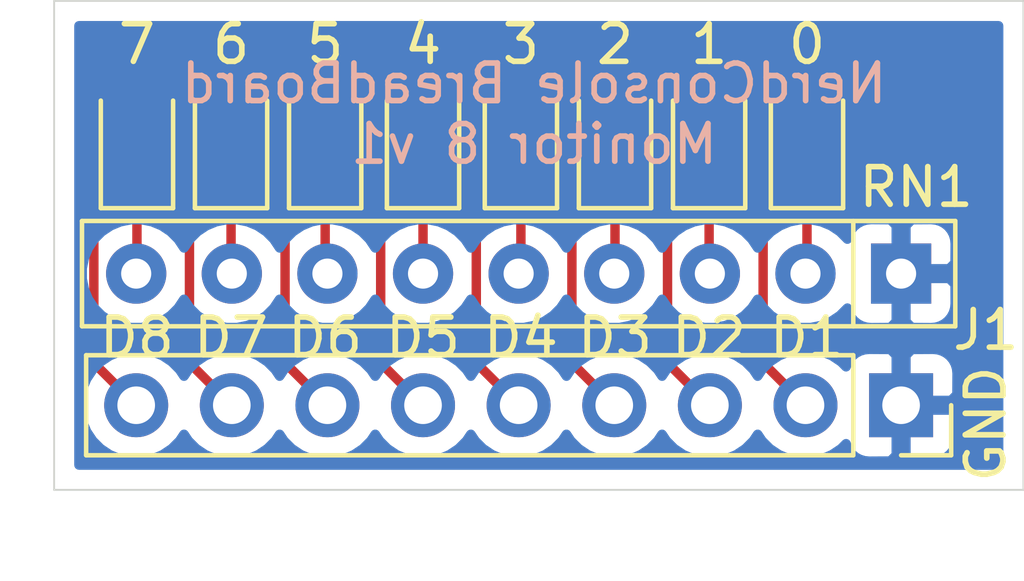
<source format=kicad_pcb>
(kicad_pcb (version 20171130) (host pcbnew "(5.1.9)-1")

  (general
    (thickness 1.6)
    (drawings 14)
    (tracks 39)
    (zones 0)
    (modules 10)
    (nets 18)
  )

  (page A4)
  (layers
    (0 F.Cu signal)
    (31 B.Cu signal)
    (32 B.Adhes user)
    (33 F.Adhes user)
    (34 B.Paste user)
    (35 F.Paste user)
    (36 B.SilkS user)
    (37 F.SilkS user)
    (38 B.Mask user)
    (39 F.Mask user)
    (40 Dwgs.User user)
    (41 Cmts.User user)
    (42 Eco1.User user)
    (43 Eco2.User user)
    (44 Edge.Cuts user)
    (45 Margin user)
    (46 B.CrtYd user)
    (47 F.CrtYd user)
    (48 B.Fab user)
    (49 F.Fab user)
  )

  (setup
    (last_trace_width 0.25)
    (trace_clearance 0.2)
    (zone_clearance 0.508)
    (zone_45_only no)
    (trace_min 0.2)
    (via_size 0.8)
    (via_drill 0.4)
    (via_min_size 0.4)
    (via_min_drill 0.3)
    (uvia_size 0.3)
    (uvia_drill 0.1)
    (uvias_allowed no)
    (uvia_min_size 0.2)
    (uvia_min_drill 0.1)
    (edge_width 0.05)
    (segment_width 0.2)
    (pcb_text_width 0.3)
    (pcb_text_size 1.5 1.5)
    (mod_edge_width 0.12)
    (mod_text_size 1 1)
    (mod_text_width 0.15)
    (pad_size 1.524 1.524)
    (pad_drill 0.762)
    (pad_to_mask_clearance 0)
    (aux_axis_origin 0 0)
    (visible_elements 7FFFFFFF)
    (pcbplotparams
      (layerselection 0x010fc_ffffffff)
      (usegerberextensions false)
      (usegerberattributes true)
      (usegerberadvancedattributes true)
      (creategerberjobfile true)
      (excludeedgelayer true)
      (linewidth 0.100000)
      (plotframeref false)
      (viasonmask false)
      (mode 1)
      (useauxorigin false)
      (hpglpennumber 1)
      (hpglpenspeed 20)
      (hpglpendiameter 15.000000)
      (psnegative false)
      (psa4output false)
      (plotreference true)
      (plotvalue true)
      (plotinvisibletext false)
      (padsonsilk false)
      (subtractmaskfromsilk false)
      (outputformat 1)
      (mirror false)
      (drillshape 0)
      (scaleselection 1)
      (outputdirectory "Gerber/"))
  )

  (net 0 "")
  (net 1 LED0)
  (net 2 D0)
  (net 3 D1)
  (net 4 LED1)
  (net 5 LED2)
  (net 6 D2)
  (net 7 D3)
  (net 8 LED3)
  (net 9 LED4)
  (net 10 D4)
  (net 11 D5)
  (net 12 LED5)
  (net 13 LED6)
  (net 14 D6)
  (net 15 D7)
  (net 16 LED7)
  (net 17 GND)

  (net_class Default "This is the default net class."
    (clearance 0.2)
    (trace_width 0.25)
    (via_dia 0.8)
    (via_drill 0.4)
    (uvia_dia 0.3)
    (uvia_drill 0.1)
    (add_net D0)
    (add_net D1)
    (add_net D2)
    (add_net D3)
    (add_net D4)
    (add_net D5)
    (add_net D6)
    (add_net D7)
    (add_net GND)
    (add_net LED0)
    (add_net LED1)
    (add_net LED2)
    (add_net LED3)
    (add_net LED4)
    (add_net LED5)
    (add_net LED6)
    (add_net LED7)
  )

  (module LED_SMD:LED_0805_2012Metric_Pad1.15x1.40mm_HandSolder (layer F.Cu) (tedit 5F68FEF1) (tstamp 601BCD9D)
    (at 158.5 83.4 90)
    (descr "LED SMD 0805 (2012 Metric), square (rectangular) end terminal, IPC_7351 nominal, (Body size source: https://docs.google.com/spreadsheets/d/1BsfQQcO9C6DZCsRaXUlFlo91Tg2WpOkGARC1WS5S8t0/edit?usp=sharing), generated with kicad-footprint-generator")
    (tags "LED handsolder")
    (path /601B764C)
    (attr smd)
    (fp_text reference D1 (at -5.3 0 180) (layer F.SilkS)
      (effects (font (size 1 1) (thickness 0.15)))
    )
    (fp_text value LED (at 0 1.65 90) (layer F.Fab)
      (effects (font (size 1 1) (thickness 0.15)))
    )
    (fp_line (start 1 -0.6) (end -0.7 -0.6) (layer F.Fab) (width 0.1))
    (fp_line (start -0.7 -0.6) (end -1 -0.3) (layer F.Fab) (width 0.1))
    (fp_line (start -1 -0.3) (end -1 0.6) (layer F.Fab) (width 0.1))
    (fp_line (start -1 0.6) (end 1 0.6) (layer F.Fab) (width 0.1))
    (fp_line (start 1 0.6) (end 1 -0.6) (layer F.Fab) (width 0.1))
    (fp_line (start 1 -0.96) (end -1.86 -0.96) (layer F.SilkS) (width 0.12))
    (fp_line (start -1.86 -0.96) (end -1.86 0.96) (layer F.SilkS) (width 0.12))
    (fp_line (start -1.86 0.96) (end 1 0.96) (layer F.SilkS) (width 0.12))
    (fp_line (start -1.85 0.95) (end -1.85 -0.95) (layer F.CrtYd) (width 0.05))
    (fp_line (start -1.85 -0.95) (end 1.85 -0.95) (layer F.CrtYd) (width 0.05))
    (fp_line (start 1.85 -0.95) (end 1.85 0.95) (layer F.CrtYd) (width 0.05))
    (fp_line (start 1.85 0.95) (end -1.85 0.95) (layer F.CrtYd) (width 0.05))
    (fp_text user %R (at 0 0 90) (layer F.Fab)
      (effects (font (size 0.5 0.5) (thickness 0.08)))
    )
    (pad 1 smd roundrect (at -1.025 0 90) (size 1.15 1.4) (layers F.Cu F.Paste F.Mask) (roundrect_rratio 0.2173904347826087)
      (net 1 LED0))
    (pad 2 smd roundrect (at 1.025 0 90) (size 1.15 1.4) (layers F.Cu F.Paste F.Mask) (roundrect_rratio 0.2173904347826087)
      (net 2 D0))
    (model ${KISYS3DMOD}/LED_SMD.3dshapes/LED_0805_2012Metric.wrl
      (at (xyz 0 0 0))
      (scale (xyz 1 1 1))
      (rotate (xyz 0 0 0))
    )
  )

  (module LED_SMD:LED_0805_2012Metric_Pad1.15x1.40mm_HandSolder (layer F.Cu) (tedit 5F68FEF1) (tstamp 601BCDB0)
    (at 155.9 83.4 90)
    (descr "LED SMD 0805 (2012 Metric), square (rectangular) end terminal, IPC_7351 nominal, (Body size source: https://docs.google.com/spreadsheets/d/1BsfQQcO9C6DZCsRaXUlFlo91Tg2WpOkGARC1WS5S8t0/edit?usp=sharing), generated with kicad-footprint-generator")
    (tags "LED handsolder")
    (path /601B7942)
    (attr smd)
    (fp_text reference D2 (at -5.3 0 180) (layer F.SilkS)
      (effects (font (size 1 1) (thickness 0.15)))
    )
    (fp_text value LED (at 0 1.65 90) (layer F.Fab)
      (effects (font (size 1 1) (thickness 0.15)))
    )
    (fp_line (start 1.85 0.95) (end -1.85 0.95) (layer F.CrtYd) (width 0.05))
    (fp_line (start 1.85 -0.95) (end 1.85 0.95) (layer F.CrtYd) (width 0.05))
    (fp_line (start -1.85 -0.95) (end 1.85 -0.95) (layer F.CrtYd) (width 0.05))
    (fp_line (start -1.85 0.95) (end -1.85 -0.95) (layer F.CrtYd) (width 0.05))
    (fp_line (start -1.86 0.96) (end 1 0.96) (layer F.SilkS) (width 0.12))
    (fp_line (start -1.86 -0.96) (end -1.86 0.96) (layer F.SilkS) (width 0.12))
    (fp_line (start 1 -0.96) (end -1.86 -0.96) (layer F.SilkS) (width 0.12))
    (fp_line (start 1 0.6) (end 1 -0.6) (layer F.Fab) (width 0.1))
    (fp_line (start -1 0.6) (end 1 0.6) (layer F.Fab) (width 0.1))
    (fp_line (start -1 -0.3) (end -1 0.6) (layer F.Fab) (width 0.1))
    (fp_line (start -0.7 -0.6) (end -1 -0.3) (layer F.Fab) (width 0.1))
    (fp_line (start 1 -0.6) (end -0.7 -0.6) (layer F.Fab) (width 0.1))
    (fp_text user %R (at 0 0 90) (layer F.Fab)
      (effects (font (size 0.5 0.5) (thickness 0.08)))
    )
    (pad 2 smd roundrect (at 1.025 0 90) (size 1.15 1.4) (layers F.Cu F.Paste F.Mask) (roundrect_rratio 0.2173904347826087)
      (net 3 D1))
    (pad 1 smd roundrect (at -1.025 0 90) (size 1.15 1.4) (layers F.Cu F.Paste F.Mask) (roundrect_rratio 0.2173904347826087)
      (net 4 LED1))
    (model ${KISYS3DMOD}/LED_SMD.3dshapes/LED_0805_2012Metric.wrl
      (at (xyz 0 0 0))
      (scale (xyz 1 1 1))
      (rotate (xyz 0 0 0))
    )
  )

  (module LED_SMD:LED_0805_2012Metric_Pad1.15x1.40mm_HandSolder (layer F.Cu) (tedit 5F68FEF1) (tstamp 601BCDC3)
    (at 153.4 83.4 90)
    (descr "LED SMD 0805 (2012 Metric), square (rectangular) end terminal, IPC_7351 nominal, (Body size source: https://docs.google.com/spreadsheets/d/1BsfQQcO9C6DZCsRaXUlFlo91Tg2WpOkGARC1WS5S8t0/edit?usp=sharing), generated with kicad-footprint-generator")
    (tags "LED handsolder")
    (path /601B8D13)
    (attr smd)
    (fp_text reference D3 (at -5.3 0 180) (layer F.SilkS)
      (effects (font (size 1 1) (thickness 0.15)))
    )
    (fp_text value LED (at 0 1.65 90) (layer F.Fab)
      (effects (font (size 1 1) (thickness 0.15)))
    )
    (fp_line (start 1 -0.6) (end -0.7 -0.6) (layer F.Fab) (width 0.1))
    (fp_line (start -0.7 -0.6) (end -1 -0.3) (layer F.Fab) (width 0.1))
    (fp_line (start -1 -0.3) (end -1 0.6) (layer F.Fab) (width 0.1))
    (fp_line (start -1 0.6) (end 1 0.6) (layer F.Fab) (width 0.1))
    (fp_line (start 1 0.6) (end 1 -0.6) (layer F.Fab) (width 0.1))
    (fp_line (start 1 -0.96) (end -1.86 -0.96) (layer F.SilkS) (width 0.12))
    (fp_line (start -1.86 -0.96) (end -1.86 0.96) (layer F.SilkS) (width 0.12))
    (fp_line (start -1.86 0.96) (end 1 0.96) (layer F.SilkS) (width 0.12))
    (fp_line (start -1.85 0.95) (end -1.85 -0.95) (layer F.CrtYd) (width 0.05))
    (fp_line (start -1.85 -0.95) (end 1.85 -0.95) (layer F.CrtYd) (width 0.05))
    (fp_line (start 1.85 -0.95) (end 1.85 0.95) (layer F.CrtYd) (width 0.05))
    (fp_line (start 1.85 0.95) (end -1.85 0.95) (layer F.CrtYd) (width 0.05))
    (fp_text user %R (at 0 0 90) (layer F.Fab)
      (effects (font (size 0.5 0.5) (thickness 0.08)))
    )
    (pad 1 smd roundrect (at -1.025 0 90) (size 1.15 1.4) (layers F.Cu F.Paste F.Mask) (roundrect_rratio 0.2173904347826087)
      (net 5 LED2))
    (pad 2 smd roundrect (at 1.025 0 90) (size 1.15 1.4) (layers F.Cu F.Paste F.Mask) (roundrect_rratio 0.2173904347826087)
      (net 6 D2))
    (model ${KISYS3DMOD}/LED_SMD.3dshapes/LED_0805_2012Metric.wrl
      (at (xyz 0 0 0))
      (scale (xyz 1 1 1))
      (rotate (xyz 0 0 0))
    )
  )

  (module LED_SMD:LED_0805_2012Metric_Pad1.15x1.40mm_HandSolder (layer F.Cu) (tedit 5F68FEF1) (tstamp 601BCDD6)
    (at 150.9 83.4 90)
    (descr "LED SMD 0805 (2012 Metric), square (rectangular) end terminal, IPC_7351 nominal, (Body size source: https://docs.google.com/spreadsheets/d/1BsfQQcO9C6DZCsRaXUlFlo91Tg2WpOkGARC1WS5S8t0/edit?usp=sharing), generated with kicad-footprint-generator")
    (tags "LED handsolder")
    (path /601B8D19)
    (attr smd)
    (fp_text reference D4 (at -5.3 0 180) (layer F.SilkS)
      (effects (font (size 1 1) (thickness 0.15)))
    )
    (fp_text value LED (at 0 1.65 90) (layer F.Fab)
      (effects (font (size 1 1) (thickness 0.15)))
    )
    (fp_line (start 1.85 0.95) (end -1.85 0.95) (layer F.CrtYd) (width 0.05))
    (fp_line (start 1.85 -0.95) (end 1.85 0.95) (layer F.CrtYd) (width 0.05))
    (fp_line (start -1.85 -0.95) (end 1.85 -0.95) (layer F.CrtYd) (width 0.05))
    (fp_line (start -1.85 0.95) (end -1.85 -0.95) (layer F.CrtYd) (width 0.05))
    (fp_line (start -1.86 0.96) (end 1 0.96) (layer F.SilkS) (width 0.12))
    (fp_line (start -1.86 -0.96) (end -1.86 0.96) (layer F.SilkS) (width 0.12))
    (fp_line (start 1 -0.96) (end -1.86 -0.96) (layer F.SilkS) (width 0.12))
    (fp_line (start 1 0.6) (end 1 -0.6) (layer F.Fab) (width 0.1))
    (fp_line (start -1 0.6) (end 1 0.6) (layer F.Fab) (width 0.1))
    (fp_line (start -1 -0.3) (end -1 0.6) (layer F.Fab) (width 0.1))
    (fp_line (start -0.7 -0.6) (end -1 -0.3) (layer F.Fab) (width 0.1))
    (fp_line (start 1 -0.6) (end -0.7 -0.6) (layer F.Fab) (width 0.1))
    (fp_text user %R (at 0 0 90) (layer F.Fab)
      (effects (font (size 0.5 0.5) (thickness 0.08)))
    )
    (pad 2 smd roundrect (at 1.025 0 90) (size 1.15 1.4) (layers F.Cu F.Paste F.Mask) (roundrect_rratio 0.2173904347826087)
      (net 7 D3))
    (pad 1 smd roundrect (at -1.025 0 90) (size 1.15 1.4) (layers F.Cu F.Paste F.Mask) (roundrect_rratio 0.2173904347826087)
      (net 8 LED3))
    (model ${KISYS3DMOD}/LED_SMD.3dshapes/LED_0805_2012Metric.wrl
      (at (xyz 0 0 0))
      (scale (xyz 1 1 1))
      (rotate (xyz 0 0 0))
    )
  )

  (module LED_SMD:LED_0805_2012Metric_Pad1.15x1.40mm_HandSolder (layer F.Cu) (tedit 5F68FEF1) (tstamp 601BCDE9)
    (at 148.3 83.4 90)
    (descr "LED SMD 0805 (2012 Metric), square (rectangular) end terminal, IPC_7351 nominal, (Body size source: https://docs.google.com/spreadsheets/d/1BsfQQcO9C6DZCsRaXUlFlo91Tg2WpOkGARC1WS5S8t0/edit?usp=sharing), generated with kicad-footprint-generator")
    (tags "LED handsolder")
    (path /601BA12B)
    (attr smd)
    (fp_text reference D5 (at -5.3 0 180) (layer F.SilkS)
      (effects (font (size 1 1) (thickness 0.15)))
    )
    (fp_text value LED (at 0 1.65 90) (layer F.Fab)
      (effects (font (size 1 1) (thickness 0.15)))
    )
    (fp_line (start 1 -0.6) (end -0.7 -0.6) (layer F.Fab) (width 0.1))
    (fp_line (start -0.7 -0.6) (end -1 -0.3) (layer F.Fab) (width 0.1))
    (fp_line (start -1 -0.3) (end -1 0.6) (layer F.Fab) (width 0.1))
    (fp_line (start -1 0.6) (end 1 0.6) (layer F.Fab) (width 0.1))
    (fp_line (start 1 0.6) (end 1 -0.6) (layer F.Fab) (width 0.1))
    (fp_line (start 1 -0.96) (end -1.86 -0.96) (layer F.SilkS) (width 0.12))
    (fp_line (start -1.86 -0.96) (end -1.86 0.96) (layer F.SilkS) (width 0.12))
    (fp_line (start -1.86 0.96) (end 1 0.96) (layer F.SilkS) (width 0.12))
    (fp_line (start -1.85 0.95) (end -1.85 -0.95) (layer F.CrtYd) (width 0.05))
    (fp_line (start -1.85 -0.95) (end 1.85 -0.95) (layer F.CrtYd) (width 0.05))
    (fp_line (start 1.85 -0.95) (end 1.85 0.95) (layer F.CrtYd) (width 0.05))
    (fp_line (start 1.85 0.95) (end -1.85 0.95) (layer F.CrtYd) (width 0.05))
    (fp_text user %R (at 0 0 90) (layer F.Fab)
      (effects (font (size 0.5 0.5) (thickness 0.08)))
    )
    (pad 1 smd roundrect (at -1.025 0 90) (size 1.15 1.4) (layers F.Cu F.Paste F.Mask) (roundrect_rratio 0.2173904347826087)
      (net 9 LED4))
    (pad 2 smd roundrect (at 1.025 0 90) (size 1.15 1.4) (layers F.Cu F.Paste F.Mask) (roundrect_rratio 0.2173904347826087)
      (net 10 D4))
    (model ${KISYS3DMOD}/LED_SMD.3dshapes/LED_0805_2012Metric.wrl
      (at (xyz 0 0 0))
      (scale (xyz 1 1 1))
      (rotate (xyz 0 0 0))
    )
  )

  (module LED_SMD:LED_0805_2012Metric_Pad1.15x1.40mm_HandSolder (layer F.Cu) (tedit 5F68FEF1) (tstamp 601BCDFC)
    (at 145.7 83.4 90)
    (descr "LED SMD 0805 (2012 Metric), square (rectangular) end terminal, IPC_7351 nominal, (Body size source: https://docs.google.com/spreadsheets/d/1BsfQQcO9C6DZCsRaXUlFlo91Tg2WpOkGARC1WS5S8t0/edit?usp=sharing), generated with kicad-footprint-generator")
    (tags "LED handsolder")
    (path /601BA131)
    (attr smd)
    (fp_text reference D6 (at -5.3 0 180) (layer F.SilkS)
      (effects (font (size 1 1) (thickness 0.15)))
    )
    (fp_text value LED (at 0 1.65 90) (layer F.Fab)
      (effects (font (size 1 1) (thickness 0.15)))
    )
    (fp_line (start 1.85 0.95) (end -1.85 0.95) (layer F.CrtYd) (width 0.05))
    (fp_line (start 1.85 -0.95) (end 1.85 0.95) (layer F.CrtYd) (width 0.05))
    (fp_line (start -1.85 -0.95) (end 1.85 -0.95) (layer F.CrtYd) (width 0.05))
    (fp_line (start -1.85 0.95) (end -1.85 -0.95) (layer F.CrtYd) (width 0.05))
    (fp_line (start -1.86 0.96) (end 1 0.96) (layer F.SilkS) (width 0.12))
    (fp_line (start -1.86 -0.96) (end -1.86 0.96) (layer F.SilkS) (width 0.12))
    (fp_line (start 1 -0.96) (end -1.86 -0.96) (layer F.SilkS) (width 0.12))
    (fp_line (start 1 0.6) (end 1 -0.6) (layer F.Fab) (width 0.1))
    (fp_line (start -1 0.6) (end 1 0.6) (layer F.Fab) (width 0.1))
    (fp_line (start -1 -0.3) (end -1 0.6) (layer F.Fab) (width 0.1))
    (fp_line (start -0.7 -0.6) (end -1 -0.3) (layer F.Fab) (width 0.1))
    (fp_line (start 1 -0.6) (end -0.7 -0.6) (layer F.Fab) (width 0.1))
    (fp_text user %R (at 0 0 90) (layer F.Fab)
      (effects (font (size 0.5 0.5) (thickness 0.08)))
    )
    (pad 2 smd roundrect (at 1.025 0 90) (size 1.15 1.4) (layers F.Cu F.Paste F.Mask) (roundrect_rratio 0.2173904347826087)
      (net 11 D5))
    (pad 1 smd roundrect (at -1.025 0 90) (size 1.15 1.4) (layers F.Cu F.Paste F.Mask) (roundrect_rratio 0.2173904347826087)
      (net 12 LED5))
    (model ${KISYS3DMOD}/LED_SMD.3dshapes/LED_0805_2012Metric.wrl
      (at (xyz 0 0 0))
      (scale (xyz 1 1 1))
      (rotate (xyz 0 0 0))
    )
  )

  (module LED_SMD:LED_0805_2012Metric_Pad1.15x1.40mm_HandSolder (layer F.Cu) (tedit 5F68FEF1) (tstamp 601BCE0F)
    (at 143.2 83.4 90)
    (descr "LED SMD 0805 (2012 Metric), square (rectangular) end terminal, IPC_7351 nominal, (Body size source: https://docs.google.com/spreadsheets/d/1BsfQQcO9C6DZCsRaXUlFlo91Tg2WpOkGARC1WS5S8t0/edit?usp=sharing), generated with kicad-footprint-generator")
    (tags "LED handsolder")
    (path /601BA137)
    (attr smd)
    (fp_text reference D7 (at -5.3 0 180) (layer F.SilkS)
      (effects (font (size 1 1) (thickness 0.15)))
    )
    (fp_text value LED (at 0 1.65 90) (layer F.Fab)
      (effects (font (size 1 1) (thickness 0.15)))
    )
    (fp_line (start 1 -0.6) (end -0.7 -0.6) (layer F.Fab) (width 0.1))
    (fp_line (start -0.7 -0.6) (end -1 -0.3) (layer F.Fab) (width 0.1))
    (fp_line (start -1 -0.3) (end -1 0.6) (layer F.Fab) (width 0.1))
    (fp_line (start -1 0.6) (end 1 0.6) (layer F.Fab) (width 0.1))
    (fp_line (start 1 0.6) (end 1 -0.6) (layer F.Fab) (width 0.1))
    (fp_line (start 1 -0.96) (end -1.86 -0.96) (layer F.SilkS) (width 0.12))
    (fp_line (start -1.86 -0.96) (end -1.86 0.96) (layer F.SilkS) (width 0.12))
    (fp_line (start -1.86 0.96) (end 1 0.96) (layer F.SilkS) (width 0.12))
    (fp_line (start -1.85 0.95) (end -1.85 -0.95) (layer F.CrtYd) (width 0.05))
    (fp_line (start -1.85 -0.95) (end 1.85 -0.95) (layer F.CrtYd) (width 0.05))
    (fp_line (start 1.85 -0.95) (end 1.85 0.95) (layer F.CrtYd) (width 0.05))
    (fp_line (start 1.85 0.95) (end -1.85 0.95) (layer F.CrtYd) (width 0.05))
    (fp_text user %R (at 0 0 90) (layer F.Fab)
      (effects (font (size 0.5 0.5) (thickness 0.08)))
    )
    (pad 1 smd roundrect (at -1.025 0 90) (size 1.15 1.4) (layers F.Cu F.Paste F.Mask) (roundrect_rratio 0.2173904347826087)
      (net 13 LED6))
    (pad 2 smd roundrect (at 1.025 0 90) (size 1.15 1.4) (layers F.Cu F.Paste F.Mask) (roundrect_rratio 0.2173904347826087)
      (net 14 D6))
    (model ${KISYS3DMOD}/LED_SMD.3dshapes/LED_0805_2012Metric.wrl
      (at (xyz 0 0 0))
      (scale (xyz 1 1 1))
      (rotate (xyz 0 0 0))
    )
  )

  (module LED_SMD:LED_0805_2012Metric_Pad1.15x1.40mm_HandSolder (layer F.Cu) (tedit 5F68FEF1) (tstamp 601BCE22)
    (at 140.7 83.4 90)
    (descr "LED SMD 0805 (2012 Metric), square (rectangular) end terminal, IPC_7351 nominal, (Body size source: https://docs.google.com/spreadsheets/d/1BsfQQcO9C6DZCsRaXUlFlo91Tg2WpOkGARC1WS5S8t0/edit?usp=sharing), generated with kicad-footprint-generator")
    (tags "LED handsolder")
    (path /601BA13D)
    (attr smd)
    (fp_text reference D8 (at -5.3 0 180) (layer F.SilkS)
      (effects (font (size 1 1) (thickness 0.15)))
    )
    (fp_text value LED (at 0 1.65 90) (layer F.Fab)
      (effects (font (size 1 1) (thickness 0.15)))
    )
    (fp_line (start 1.85 0.95) (end -1.85 0.95) (layer F.CrtYd) (width 0.05))
    (fp_line (start 1.85 -0.95) (end 1.85 0.95) (layer F.CrtYd) (width 0.05))
    (fp_line (start -1.85 -0.95) (end 1.85 -0.95) (layer F.CrtYd) (width 0.05))
    (fp_line (start -1.85 0.95) (end -1.85 -0.95) (layer F.CrtYd) (width 0.05))
    (fp_line (start -1.86 0.96) (end 1 0.96) (layer F.SilkS) (width 0.12))
    (fp_line (start -1.86 -0.96) (end -1.86 0.96) (layer F.SilkS) (width 0.12))
    (fp_line (start 1 -0.96) (end -1.86 -0.96) (layer F.SilkS) (width 0.12))
    (fp_line (start 1 0.6) (end 1 -0.6) (layer F.Fab) (width 0.1))
    (fp_line (start -1 0.6) (end 1 0.6) (layer F.Fab) (width 0.1))
    (fp_line (start -1 -0.3) (end -1 0.6) (layer F.Fab) (width 0.1))
    (fp_line (start -0.7 -0.6) (end -1 -0.3) (layer F.Fab) (width 0.1))
    (fp_line (start 1 -0.6) (end -0.7 -0.6) (layer F.Fab) (width 0.1))
    (fp_text user %R (at 0 0 90) (layer F.Fab)
      (effects (font (size 0.5 0.5) (thickness 0.08)))
    )
    (pad 2 smd roundrect (at 1.025 0 90) (size 1.15 1.4) (layers F.Cu F.Paste F.Mask) (roundrect_rratio 0.2173904347826087)
      (net 15 D7))
    (pad 1 smd roundrect (at -1.025 0 90) (size 1.15 1.4) (layers F.Cu F.Paste F.Mask) (roundrect_rratio 0.2173904347826087)
      (net 16 LED7))
    (model ${KISYS3DMOD}/LED_SMD.3dshapes/LED_0805_2012Metric.wrl
      (at (xyz 0 0 0))
      (scale (xyz 1 1 1))
      (rotate (xyz 0 0 0))
    )
  )

  (module Connector_PinSocket_2.54mm:PinSocket_1x09_P2.54mm_Vertical (layer F.Cu) (tedit 5A19A431) (tstamp 601BCE3F)
    (at 161 90.5 270)
    (descr "Through hole straight socket strip, 1x09, 2.54mm pitch, single row (from Kicad 4.0.7), script generated")
    (tags "Through hole socket strip THT 1x09 2.54mm single row")
    (path /601BF4EB)
    (fp_text reference J1 (at -2 -2.25 180) (layer F.SilkS)
      (effects (font (size 1 1) (thickness 0.15)))
    )
    (fp_text value Conn_01x09 (at 0 23.09 90) (layer F.Fab)
      (effects (font (size 1 1) (thickness 0.15)))
    )
    (fp_line (start -1.27 -1.27) (end 0.635 -1.27) (layer F.Fab) (width 0.1))
    (fp_line (start 0.635 -1.27) (end 1.27 -0.635) (layer F.Fab) (width 0.1))
    (fp_line (start 1.27 -0.635) (end 1.27 21.59) (layer F.Fab) (width 0.1))
    (fp_line (start 1.27 21.59) (end -1.27 21.59) (layer F.Fab) (width 0.1))
    (fp_line (start -1.27 21.59) (end -1.27 -1.27) (layer F.Fab) (width 0.1))
    (fp_line (start -1.33 1.27) (end 1.33 1.27) (layer F.SilkS) (width 0.12))
    (fp_line (start -1.33 1.27) (end -1.33 21.65) (layer F.SilkS) (width 0.12))
    (fp_line (start -1.33 21.65) (end 1.33 21.65) (layer F.SilkS) (width 0.12))
    (fp_line (start 1.33 1.27) (end 1.33 21.65) (layer F.SilkS) (width 0.12))
    (fp_line (start 1.33 -1.33) (end 1.33 0) (layer F.SilkS) (width 0.12))
    (fp_line (start 0 -1.33) (end 1.33 -1.33) (layer F.SilkS) (width 0.12))
    (fp_line (start -1.8 -1.8) (end 1.75 -1.8) (layer F.CrtYd) (width 0.05))
    (fp_line (start 1.75 -1.8) (end 1.75 22.1) (layer F.CrtYd) (width 0.05))
    (fp_line (start 1.75 22.1) (end -1.8 22.1) (layer F.CrtYd) (width 0.05))
    (fp_line (start -1.8 22.1) (end -1.8 -1.8) (layer F.CrtYd) (width 0.05))
    (fp_text user %R (at 0 10.16) (layer F.Fab)
      (effects (font (size 1 1) (thickness 0.15)))
    )
    (pad 1 thru_hole rect (at 0 0 270) (size 1.7 1.7) (drill 1) (layers *.Cu *.Mask)
      (net 17 GND))
    (pad 2 thru_hole oval (at 0 2.54 270) (size 1.7 1.7) (drill 1) (layers *.Cu *.Mask)
      (net 2 D0))
    (pad 3 thru_hole oval (at 0 5.08 270) (size 1.7 1.7) (drill 1) (layers *.Cu *.Mask)
      (net 3 D1))
    (pad 4 thru_hole oval (at 0 7.62 270) (size 1.7 1.7) (drill 1) (layers *.Cu *.Mask)
      (net 6 D2))
    (pad 5 thru_hole oval (at 0 10.16 270) (size 1.7 1.7) (drill 1) (layers *.Cu *.Mask)
      (net 7 D3))
    (pad 6 thru_hole oval (at 0 12.7 270) (size 1.7 1.7) (drill 1) (layers *.Cu *.Mask)
      (net 10 D4))
    (pad 7 thru_hole oval (at 0 15.24 270) (size 1.7 1.7) (drill 1) (layers *.Cu *.Mask)
      (net 11 D5))
    (pad 8 thru_hole oval (at 0 17.78 270) (size 1.7 1.7) (drill 1) (layers *.Cu *.Mask)
      (net 14 D6))
    (pad 9 thru_hole oval (at 0 20.32 270) (size 1.7 1.7) (drill 1) (layers *.Cu *.Mask)
      (net 15 D7))
    (model ${KISYS3DMOD}/Connector_PinSocket_2.54mm.3dshapes/PinSocket_1x09_P2.54mm_Vertical.wrl
      (at (xyz 0 0 0))
      (scale (xyz 1 1 1))
      (rotate (xyz 0 0 0))
    )
  )

  (module Resistor_THT:R_Array_SIP9 (layer F.Cu) (tedit 5A14249F) (tstamp 601BCE5B)
    (at 161 87 180)
    (descr "9-pin Resistor SIP pack")
    (tags R)
    (path /601B6E15)
    (fp_text reference RN1 (at -0.4 2.3) (layer F.SilkS)
      (effects (font (size 1 1) (thickness 0.15)))
    )
    (fp_text value R_Network08_US (at 11.43 2.4) (layer F.Fab)
      (effects (font (size 1 1) (thickness 0.15)))
    )
    (fp_line (start -1.29 -1.25) (end -1.29 1.25) (layer F.Fab) (width 0.1))
    (fp_line (start -1.29 1.25) (end 21.61 1.25) (layer F.Fab) (width 0.1))
    (fp_line (start 21.61 1.25) (end 21.61 -1.25) (layer F.Fab) (width 0.1))
    (fp_line (start 21.61 -1.25) (end -1.29 -1.25) (layer F.Fab) (width 0.1))
    (fp_line (start 1.27 -1.25) (end 1.27 1.25) (layer F.Fab) (width 0.1))
    (fp_line (start -1.44 -1.4) (end -1.44 1.4) (layer F.SilkS) (width 0.12))
    (fp_line (start -1.44 1.4) (end 21.76 1.4) (layer F.SilkS) (width 0.12))
    (fp_line (start 21.76 1.4) (end 21.76 -1.4) (layer F.SilkS) (width 0.12))
    (fp_line (start 21.76 -1.4) (end -1.44 -1.4) (layer F.SilkS) (width 0.12))
    (fp_line (start 1.27 -1.4) (end 1.27 1.4) (layer F.SilkS) (width 0.12))
    (fp_line (start -1.7 -1.65) (end -1.7 1.65) (layer F.CrtYd) (width 0.05))
    (fp_line (start -1.7 1.65) (end 22.05 1.65) (layer F.CrtYd) (width 0.05))
    (fp_line (start 22.05 1.65) (end 22.05 -1.65) (layer F.CrtYd) (width 0.05))
    (fp_line (start 22.05 -1.65) (end -1.7 -1.65) (layer F.CrtYd) (width 0.05))
    (fp_text user %R (at 10.16 0) (layer F.Fab)
      (effects (font (size 1 1) (thickness 0.15)))
    )
    (pad 1 thru_hole rect (at 0 0 180) (size 1.6 1.6) (drill 0.8) (layers *.Cu *.Mask)
      (net 17 GND))
    (pad 2 thru_hole oval (at 2.54 0 180) (size 1.6 1.6) (drill 0.8) (layers *.Cu *.Mask)
      (net 1 LED0))
    (pad 3 thru_hole oval (at 5.08 0 180) (size 1.6 1.6) (drill 0.8) (layers *.Cu *.Mask)
      (net 4 LED1))
    (pad 4 thru_hole oval (at 7.62 0 180) (size 1.6 1.6) (drill 0.8) (layers *.Cu *.Mask)
      (net 5 LED2))
    (pad 5 thru_hole oval (at 10.16 0 180) (size 1.6 1.6) (drill 0.8) (layers *.Cu *.Mask)
      (net 8 LED3))
    (pad 6 thru_hole oval (at 12.7 0 180) (size 1.6 1.6) (drill 0.8) (layers *.Cu *.Mask)
      (net 9 LED4))
    (pad 7 thru_hole oval (at 15.24 0 180) (size 1.6 1.6) (drill 0.8) (layers *.Cu *.Mask)
      (net 12 LED5))
    (pad 8 thru_hole oval (at 17.78 0 180) (size 1.6 1.6) (drill 0.8) (layers *.Cu *.Mask)
      (net 13 LED6))
    (pad 9 thru_hole oval (at 20.32 0 180) (size 1.6 1.6) (drill 0.8) (layers *.Cu *.Mask)
      (net 16 LED7))
    (model ${KISYS3DMOD}/Resistor_THT.3dshapes/R_Array_SIP9.wrl
      (at (xyz 0 0 0))
      (scale (xyz 1 1 1))
      (rotate (xyz 0 0 0))
    )
  )

  (gr_text "NerdConsole BreadBoard\nMonitor 8 v1" (at 151.25 82.75) (layer B.SilkS)
    (effects (font (size 1 1) (thickness 0.15)) (justify mirror))
  )
  (gr_text GND (at 163.25 91 90) (layer F.SilkS)
    (effects (font (size 1 1) (thickness 0.15)))
  )
  (gr_line (start 164.25 92.75) (end 164.25 79.75) (layer Edge.Cuts) (width 0.05) (tstamp 601BDAB7))
  (gr_line (start 138.5 92.75) (end 164.25 92.75) (layer Edge.Cuts) (width 0.05))
  (gr_line (start 138.5 79.75) (end 138.5 92.75) (layer Edge.Cuts) (width 0.05))
  (gr_line (start 164.25 79.75) (end 138.5 79.75) (layer Edge.Cuts) (width 0.05))
  (gr_text 0 (at 158.5 80.9) (layer F.SilkS)
    (effects (font (size 1 1) (thickness 0.15)))
  )
  (gr_text 1 (at 155.9 80.9) (layer F.SilkS)
    (effects (font (size 1 1) (thickness 0.15)))
  )
  (gr_text 2 (at 153.4 80.9) (layer F.SilkS)
    (effects (font (size 1 1) (thickness 0.15)))
  )
  (gr_text 3 (at 150.9 80.9) (layer F.SilkS)
    (effects (font (size 1 1) (thickness 0.15)))
  )
  (gr_text 4 (at 148.3 80.9) (layer F.SilkS)
    (effects (font (size 1 1) (thickness 0.15)))
  )
  (gr_text 5 (at 145.7 80.9) (layer F.SilkS)
    (effects (font (size 1 1) (thickness 0.15)))
  )
  (gr_text 6 (at 143.2 80.9) (layer F.SilkS)
    (effects (font (size 1 1) (thickness 0.15)))
  )
  (gr_text 7 (at 140.7 80.9) (layer F.SilkS)
    (effects (font (size 1 1) (thickness 0.15)))
  )

  (segment (start 158.5 86.96) (end 158.46 87) (width 0.25) (layer F.Cu) (net 1))
  (segment (start 158.5 84.425) (end 158.5 86.96) (width 0.25) (layer F.Cu) (net 1))
  (segment (start 157.334999 89.374999) (end 157.334999 83.540001) (width 0.25) (layer F.Cu) (net 2))
  (segment (start 157.334999 83.540001) (end 158.5 82.375) (width 0.25) (layer F.Cu) (net 2))
  (segment (start 158.46 90.5) (end 157.334999 89.374999) (width 0.25) (layer F.Cu) (net 2))
  (segment (start 154.794999 83.480001) (end 155.9 82.375) (width 0.25) (layer F.Cu) (net 3))
  (segment (start 154.794999 89.374999) (end 154.794999 83.480001) (width 0.25) (layer F.Cu) (net 3))
  (segment (start 155.92 90.5) (end 154.794999 89.374999) (width 0.25) (layer F.Cu) (net 3))
  (segment (start 155.9 86.98) (end 155.92 87) (width 0.25) (layer F.Cu) (net 4))
  (segment (start 155.9 84.425) (end 155.9 86.98) (width 0.25) (layer F.Cu) (net 4))
  (segment (start 153.4 86.98) (end 153.38 87) (width 0.25) (layer F.Cu) (net 5))
  (segment (start 153.4 84.425) (end 153.4 86.98) (width 0.25) (layer F.Cu) (net 5))
  (segment (start 152.254999 83.520001) (end 153.4 82.375) (width 0.25) (layer F.Cu) (net 6))
  (segment (start 152.254999 89.374999) (end 152.254999 83.520001) (width 0.25) (layer F.Cu) (net 6))
  (segment (start 153.38 90.5) (end 152.254999 89.374999) (width 0.25) (layer F.Cu) (net 6))
  (segment (start 149.714999 83.560001) (end 150.9 82.375) (width 0.25) (layer F.Cu) (net 7))
  (segment (start 149.714999 89.374999) (end 149.714999 83.560001) (width 0.25) (layer F.Cu) (net 7))
  (segment (start 150.84 90.5) (end 149.714999 89.374999) (width 0.25) (layer F.Cu) (net 7))
  (segment (start 150.9 86.94) (end 150.84 87) (width 0.25) (layer F.Cu) (net 8))
  (segment (start 150.9 84.425) (end 150.9 86.94) (width 0.25) (layer F.Cu) (net 8))
  (segment (start 148.3 84.425) (end 148.3 87) (width 0.25) (layer F.Cu) (net 9))
  (segment (start 147.174999 83.500001) (end 148.3 82.375) (width 0.25) (layer F.Cu) (net 10))
  (segment (start 147.174999 89.374999) (end 147.174999 83.500001) (width 0.25) (layer F.Cu) (net 10))
  (segment (start 148.3 90.5) (end 147.174999 89.374999) (width 0.25) (layer F.Cu) (net 10))
  (segment (start 144.634999 83.440001) (end 145.7 82.375) (width 0.25) (layer F.Cu) (net 11))
  (segment (start 144.634999 89.374999) (end 144.634999 83.440001) (width 0.25) (layer F.Cu) (net 11))
  (segment (start 145.76 90.5) (end 144.634999 89.374999) (width 0.25) (layer F.Cu) (net 11))
  (segment (start 145.7 86.94) (end 145.76 87) (width 0.25) (layer F.Cu) (net 12))
  (segment (start 145.7 84.425) (end 145.7 86.94) (width 0.25) (layer F.Cu) (net 12))
  (segment (start 143.2 86.98) (end 143.22 87) (width 0.25) (layer F.Cu) (net 13))
  (segment (start 143.2 84.425) (end 143.2 86.98) (width 0.25) (layer F.Cu) (net 13))
  (segment (start 142.094999 83.480001) (end 143.2 82.375) (width 0.25) (layer F.Cu) (net 14))
  (segment (start 142.094999 89.374999) (end 142.094999 83.480001) (width 0.25) (layer F.Cu) (net 14))
  (segment (start 143.22 90.5) (end 142.094999 89.374999) (width 0.25) (layer F.Cu) (net 14))
  (segment (start 139.554999 83.520001) (end 140.7 82.375) (width 0.25) (layer F.Cu) (net 15))
  (segment (start 139.554999 89.374999) (end 139.554999 83.520001) (width 0.25) (layer F.Cu) (net 15))
  (segment (start 140.68 90.5) (end 139.554999 89.374999) (width 0.25) (layer F.Cu) (net 15))
  (segment (start 140.7 86.98) (end 140.68 87) (width 0.25) (layer F.Cu) (net 16))
  (segment (start 140.7 84.425) (end 140.7 86.98) (width 0.25) (layer F.Cu) (net 16))

  (zone (net 17) (net_name GND) (layer B.Cu) (tstamp 601BDBDC) (hatch edge 0.508)
    (connect_pads (clearance 0.508))
    (min_thickness 0.254)
    (fill yes (arc_segments 32) (thermal_gap 0.508) (thermal_bridge_width 0.508))
    (polygon
      (pts
        (xy 164 92.5) (xy 138.75 92.5) (xy 138.75 80) (xy 164 80)
      )
    )
    (filled_polygon
      (pts
        (xy 163.59 92.09) (xy 139.16 92.09) (xy 139.16 90.35374) (xy 139.195 90.35374) (xy 139.195 90.64626)
        (xy 139.252068 90.933158) (xy 139.36401 91.203411) (xy 139.526525 91.446632) (xy 139.733368 91.653475) (xy 139.976589 91.81599)
        (xy 140.246842 91.927932) (xy 140.53374 91.985) (xy 140.82626 91.985) (xy 141.113158 91.927932) (xy 141.383411 91.81599)
        (xy 141.626632 91.653475) (xy 141.833475 91.446632) (xy 141.95 91.27224) (xy 142.066525 91.446632) (xy 142.273368 91.653475)
        (xy 142.516589 91.81599) (xy 142.786842 91.927932) (xy 143.07374 91.985) (xy 143.36626 91.985) (xy 143.653158 91.927932)
        (xy 143.923411 91.81599) (xy 144.166632 91.653475) (xy 144.373475 91.446632) (xy 144.49 91.27224) (xy 144.606525 91.446632)
        (xy 144.813368 91.653475) (xy 145.056589 91.81599) (xy 145.326842 91.927932) (xy 145.61374 91.985) (xy 145.90626 91.985)
        (xy 146.193158 91.927932) (xy 146.463411 91.81599) (xy 146.706632 91.653475) (xy 146.913475 91.446632) (xy 147.03 91.27224)
        (xy 147.146525 91.446632) (xy 147.353368 91.653475) (xy 147.596589 91.81599) (xy 147.866842 91.927932) (xy 148.15374 91.985)
        (xy 148.44626 91.985) (xy 148.733158 91.927932) (xy 149.003411 91.81599) (xy 149.246632 91.653475) (xy 149.453475 91.446632)
        (xy 149.57 91.27224) (xy 149.686525 91.446632) (xy 149.893368 91.653475) (xy 150.136589 91.81599) (xy 150.406842 91.927932)
        (xy 150.69374 91.985) (xy 150.98626 91.985) (xy 151.273158 91.927932) (xy 151.543411 91.81599) (xy 151.786632 91.653475)
        (xy 151.993475 91.446632) (xy 152.11 91.27224) (xy 152.226525 91.446632) (xy 152.433368 91.653475) (xy 152.676589 91.81599)
        (xy 152.946842 91.927932) (xy 153.23374 91.985) (xy 153.52626 91.985) (xy 153.813158 91.927932) (xy 154.083411 91.81599)
        (xy 154.326632 91.653475) (xy 154.533475 91.446632) (xy 154.65 91.27224) (xy 154.766525 91.446632) (xy 154.973368 91.653475)
        (xy 155.216589 91.81599) (xy 155.486842 91.927932) (xy 155.77374 91.985) (xy 156.06626 91.985) (xy 156.353158 91.927932)
        (xy 156.623411 91.81599) (xy 156.866632 91.653475) (xy 157.073475 91.446632) (xy 157.19 91.27224) (xy 157.306525 91.446632)
        (xy 157.513368 91.653475) (xy 157.756589 91.81599) (xy 158.026842 91.927932) (xy 158.31374 91.985) (xy 158.60626 91.985)
        (xy 158.893158 91.927932) (xy 159.163411 91.81599) (xy 159.406632 91.653475) (xy 159.538487 91.52162) (xy 159.560498 91.59418)
        (xy 159.619463 91.704494) (xy 159.698815 91.801185) (xy 159.795506 91.880537) (xy 159.90582 91.939502) (xy 160.025518 91.975812)
        (xy 160.15 91.988072) (xy 160.71425 91.985) (xy 160.873 91.82625) (xy 160.873 90.627) (xy 161.127 90.627)
        (xy 161.127 91.82625) (xy 161.28575 91.985) (xy 161.85 91.988072) (xy 161.974482 91.975812) (xy 162.09418 91.939502)
        (xy 162.204494 91.880537) (xy 162.301185 91.801185) (xy 162.380537 91.704494) (xy 162.439502 91.59418) (xy 162.475812 91.474482)
        (xy 162.488072 91.35) (xy 162.485 90.78575) (xy 162.32625 90.627) (xy 161.127 90.627) (xy 160.873 90.627)
        (xy 160.853 90.627) (xy 160.853 90.373) (xy 160.873 90.373) (xy 160.873 89.17375) (xy 161.127 89.17375)
        (xy 161.127 90.373) (xy 162.32625 90.373) (xy 162.485 90.21425) (xy 162.488072 89.65) (xy 162.475812 89.525518)
        (xy 162.439502 89.40582) (xy 162.380537 89.295506) (xy 162.301185 89.198815) (xy 162.204494 89.119463) (xy 162.09418 89.060498)
        (xy 161.974482 89.024188) (xy 161.85 89.011928) (xy 161.28575 89.015) (xy 161.127 89.17375) (xy 160.873 89.17375)
        (xy 160.71425 89.015) (xy 160.15 89.011928) (xy 160.025518 89.024188) (xy 159.90582 89.060498) (xy 159.795506 89.119463)
        (xy 159.698815 89.198815) (xy 159.619463 89.295506) (xy 159.560498 89.40582) (xy 159.538487 89.47838) (xy 159.406632 89.346525)
        (xy 159.163411 89.18401) (xy 158.893158 89.072068) (xy 158.60626 89.015) (xy 158.31374 89.015) (xy 158.026842 89.072068)
        (xy 157.756589 89.18401) (xy 157.513368 89.346525) (xy 157.306525 89.553368) (xy 157.19 89.72776) (xy 157.073475 89.553368)
        (xy 156.866632 89.346525) (xy 156.623411 89.18401) (xy 156.353158 89.072068) (xy 156.06626 89.015) (xy 155.77374 89.015)
        (xy 155.486842 89.072068) (xy 155.216589 89.18401) (xy 154.973368 89.346525) (xy 154.766525 89.553368) (xy 154.65 89.72776)
        (xy 154.533475 89.553368) (xy 154.326632 89.346525) (xy 154.083411 89.18401) (xy 153.813158 89.072068) (xy 153.52626 89.015)
        (xy 153.23374 89.015) (xy 152.946842 89.072068) (xy 152.676589 89.18401) (xy 152.433368 89.346525) (xy 152.226525 89.553368)
        (xy 152.11 89.72776) (xy 151.993475 89.553368) (xy 151.786632 89.346525) (xy 151.543411 89.18401) (xy 151.273158 89.072068)
        (xy 150.98626 89.015) (xy 150.69374 89.015) (xy 150.406842 89.072068) (xy 150.136589 89.18401) (xy 149.893368 89.346525)
        (xy 149.686525 89.553368) (xy 149.57 89.72776) (xy 149.453475 89.553368) (xy 149.246632 89.346525) (xy 149.003411 89.18401)
        (xy 148.733158 89.072068) (xy 148.44626 89.015) (xy 148.15374 89.015) (xy 147.866842 89.072068) (xy 147.596589 89.18401)
        (xy 147.353368 89.346525) (xy 147.146525 89.553368) (xy 147.03 89.72776) (xy 146.913475 89.553368) (xy 146.706632 89.346525)
        (xy 146.463411 89.18401) (xy 146.193158 89.072068) (xy 145.90626 89.015) (xy 145.61374 89.015) (xy 145.326842 89.072068)
        (xy 145.056589 89.18401) (xy 144.813368 89.346525) (xy 144.606525 89.553368) (xy 144.49 89.72776) (xy 144.373475 89.553368)
        (xy 144.166632 89.346525) (xy 143.923411 89.18401) (xy 143.653158 89.072068) (xy 143.36626 89.015) (xy 143.07374 89.015)
        (xy 142.786842 89.072068) (xy 142.516589 89.18401) (xy 142.273368 89.346525) (xy 142.066525 89.553368) (xy 141.95 89.72776)
        (xy 141.833475 89.553368) (xy 141.626632 89.346525) (xy 141.383411 89.18401) (xy 141.113158 89.072068) (xy 140.82626 89.015)
        (xy 140.53374 89.015) (xy 140.246842 89.072068) (xy 139.976589 89.18401) (xy 139.733368 89.346525) (xy 139.526525 89.553368)
        (xy 139.36401 89.796589) (xy 139.252068 90.066842) (xy 139.195 90.35374) (xy 139.16 90.35374) (xy 139.16 86.858665)
        (xy 139.245 86.858665) (xy 139.245 87.141335) (xy 139.300147 87.418574) (xy 139.40832 87.679727) (xy 139.565363 87.914759)
        (xy 139.765241 88.114637) (xy 140.000273 88.27168) (xy 140.261426 88.379853) (xy 140.538665 88.435) (xy 140.821335 88.435)
        (xy 141.098574 88.379853) (xy 141.359727 88.27168) (xy 141.594759 88.114637) (xy 141.794637 87.914759) (xy 141.95 87.682241)
        (xy 142.105363 87.914759) (xy 142.305241 88.114637) (xy 142.540273 88.27168) (xy 142.801426 88.379853) (xy 143.078665 88.435)
        (xy 143.361335 88.435) (xy 143.638574 88.379853) (xy 143.899727 88.27168) (xy 144.134759 88.114637) (xy 144.334637 87.914759)
        (xy 144.49 87.682241) (xy 144.645363 87.914759) (xy 144.845241 88.114637) (xy 145.080273 88.27168) (xy 145.341426 88.379853)
        (xy 145.618665 88.435) (xy 145.901335 88.435) (xy 146.178574 88.379853) (xy 146.439727 88.27168) (xy 146.674759 88.114637)
        (xy 146.874637 87.914759) (xy 147.03 87.682241) (xy 147.185363 87.914759) (xy 147.385241 88.114637) (xy 147.620273 88.27168)
        (xy 147.881426 88.379853) (xy 148.158665 88.435) (xy 148.441335 88.435) (xy 148.718574 88.379853) (xy 148.979727 88.27168)
        (xy 149.214759 88.114637) (xy 149.414637 87.914759) (xy 149.57 87.682241) (xy 149.725363 87.914759) (xy 149.925241 88.114637)
        (xy 150.160273 88.27168) (xy 150.421426 88.379853) (xy 150.698665 88.435) (xy 150.981335 88.435) (xy 151.258574 88.379853)
        (xy 151.519727 88.27168) (xy 151.754759 88.114637) (xy 151.954637 87.914759) (xy 152.11 87.682241) (xy 152.265363 87.914759)
        (xy 152.465241 88.114637) (xy 152.700273 88.27168) (xy 152.961426 88.379853) (xy 153.238665 88.435) (xy 153.521335 88.435)
        (xy 153.798574 88.379853) (xy 154.059727 88.27168) (xy 154.294759 88.114637) (xy 154.494637 87.914759) (xy 154.65 87.682241)
        (xy 154.805363 87.914759) (xy 155.005241 88.114637) (xy 155.240273 88.27168) (xy 155.501426 88.379853) (xy 155.778665 88.435)
        (xy 156.061335 88.435) (xy 156.338574 88.379853) (xy 156.599727 88.27168) (xy 156.834759 88.114637) (xy 157.034637 87.914759)
        (xy 157.19 87.682241) (xy 157.345363 87.914759) (xy 157.545241 88.114637) (xy 157.780273 88.27168) (xy 158.041426 88.379853)
        (xy 158.318665 88.435) (xy 158.601335 88.435) (xy 158.878574 88.379853) (xy 159.139727 88.27168) (xy 159.374759 88.114637)
        (xy 159.573357 87.916039) (xy 159.574188 87.924482) (xy 159.610498 88.04418) (xy 159.669463 88.154494) (xy 159.748815 88.251185)
        (xy 159.845506 88.330537) (xy 159.95582 88.389502) (xy 160.075518 88.425812) (xy 160.2 88.438072) (xy 160.71425 88.435)
        (xy 160.873 88.27625) (xy 160.873 87.127) (xy 161.127 87.127) (xy 161.127 88.27625) (xy 161.28575 88.435)
        (xy 161.8 88.438072) (xy 161.924482 88.425812) (xy 162.04418 88.389502) (xy 162.154494 88.330537) (xy 162.251185 88.251185)
        (xy 162.330537 88.154494) (xy 162.389502 88.04418) (xy 162.425812 87.924482) (xy 162.438072 87.8) (xy 162.435 87.28575)
        (xy 162.27625 87.127) (xy 161.127 87.127) (xy 160.873 87.127) (xy 160.853 87.127) (xy 160.853 86.873)
        (xy 160.873 86.873) (xy 160.873 85.72375) (xy 161.127 85.72375) (xy 161.127 86.873) (xy 162.27625 86.873)
        (xy 162.435 86.71425) (xy 162.438072 86.2) (xy 162.425812 86.075518) (xy 162.389502 85.95582) (xy 162.330537 85.845506)
        (xy 162.251185 85.748815) (xy 162.154494 85.669463) (xy 162.04418 85.610498) (xy 161.924482 85.574188) (xy 161.8 85.561928)
        (xy 161.28575 85.565) (xy 161.127 85.72375) (xy 160.873 85.72375) (xy 160.71425 85.565) (xy 160.2 85.561928)
        (xy 160.075518 85.574188) (xy 159.95582 85.610498) (xy 159.845506 85.669463) (xy 159.748815 85.748815) (xy 159.669463 85.845506)
        (xy 159.610498 85.95582) (xy 159.574188 86.075518) (xy 159.573357 86.083961) (xy 159.374759 85.885363) (xy 159.139727 85.72832)
        (xy 158.878574 85.620147) (xy 158.601335 85.565) (xy 158.318665 85.565) (xy 158.041426 85.620147) (xy 157.780273 85.72832)
        (xy 157.545241 85.885363) (xy 157.345363 86.085241) (xy 157.19 86.317759) (xy 157.034637 86.085241) (xy 156.834759 85.885363)
        (xy 156.599727 85.72832) (xy 156.338574 85.620147) (xy 156.061335 85.565) (xy 155.778665 85.565) (xy 155.501426 85.620147)
        (xy 155.240273 85.72832) (xy 155.005241 85.885363) (xy 154.805363 86.085241) (xy 154.65 86.317759) (xy 154.494637 86.085241)
        (xy 154.294759 85.885363) (xy 154.059727 85.72832) (xy 153.798574 85.620147) (xy 153.521335 85.565) (xy 153.238665 85.565)
        (xy 152.961426 85.620147) (xy 152.700273 85.72832) (xy 152.465241 85.885363) (xy 152.265363 86.085241) (xy 152.11 86.317759)
        (xy 151.954637 86.085241) (xy 151.754759 85.885363) (xy 151.519727 85.72832) (xy 151.258574 85.620147) (xy 150.981335 85.565)
        (xy 150.698665 85.565) (xy 150.421426 85.620147) (xy 150.160273 85.72832) (xy 149.925241 85.885363) (xy 149.725363 86.085241)
        (xy 149.57 86.317759) (xy 149.414637 86.085241) (xy 149.214759 85.885363) (xy 148.979727 85.72832) (xy 148.718574 85.620147)
        (xy 148.441335 85.565) (xy 148.158665 85.565) (xy 147.881426 85.620147) (xy 147.620273 85.72832) (xy 147.385241 85.885363)
        (xy 147.185363 86.085241) (xy 147.03 86.317759) (xy 146.874637 86.085241) (xy 146.674759 85.885363) (xy 146.439727 85.72832)
        (xy 146.178574 85.620147) (xy 145.901335 85.565) (xy 145.618665 85.565) (xy 145.341426 85.620147) (xy 145.080273 85.72832)
        (xy 144.845241 85.885363) (xy 144.645363 86.085241) (xy 144.49 86.317759) (xy 144.334637 86.085241) (xy 144.134759 85.885363)
        (xy 143.899727 85.72832) (xy 143.638574 85.620147) (xy 143.361335 85.565) (xy 143.078665 85.565) (xy 142.801426 85.620147)
        (xy 142.540273 85.72832) (xy 142.305241 85.885363) (xy 142.105363 86.085241) (xy 141.95 86.317759) (xy 141.794637 86.085241)
        (xy 141.594759 85.885363) (xy 141.359727 85.72832) (xy 141.098574 85.620147) (xy 140.821335 85.565) (xy 140.538665 85.565)
        (xy 140.261426 85.620147) (xy 140.000273 85.72832) (xy 139.765241 85.885363) (xy 139.565363 86.085241) (xy 139.40832 86.320273)
        (xy 139.300147 86.581426) (xy 139.245 86.858665) (xy 139.16 86.858665) (xy 139.16 80.41) (xy 163.590001 80.41)
      )
    )
  )
)

</source>
